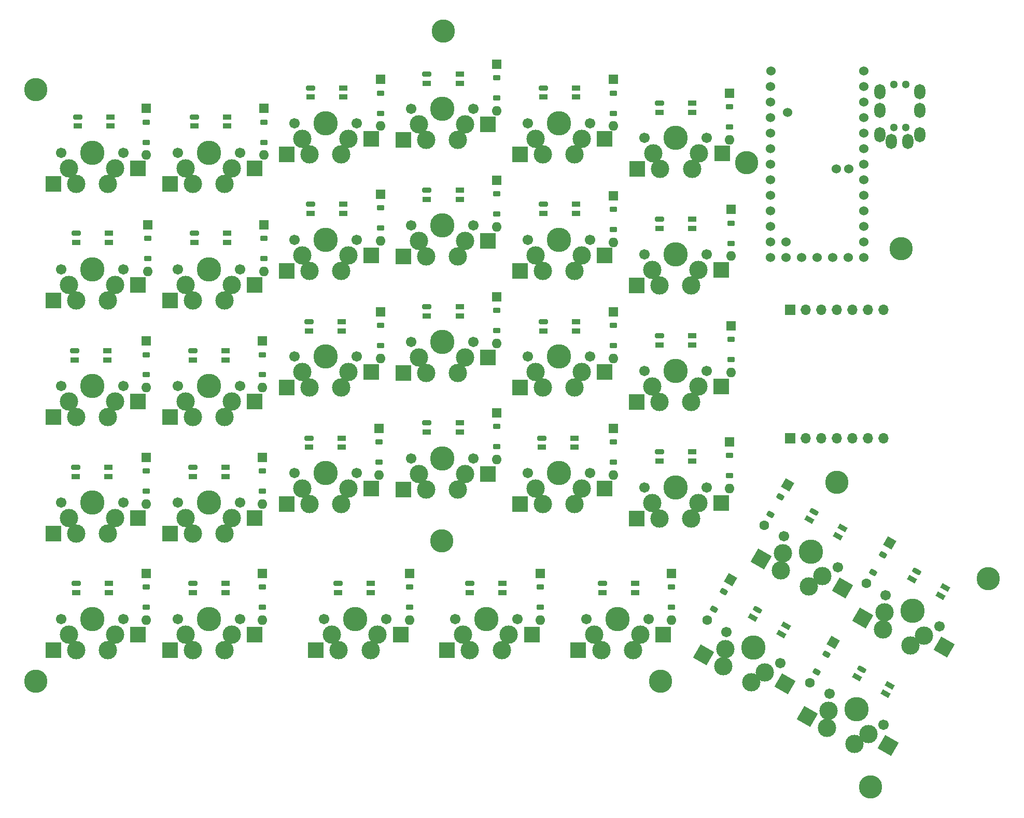
<source format=gbr>
%TF.GenerationSoftware,KiCad,Pcbnew,9.0.0*%
%TF.CreationDate,2025-08-26T18:36:53+02:00*%
%TF.ProjectId,keyboard,6b657962-6f61-4726-942e-6b696361645f,rev?*%
%TF.SameCoordinates,Original*%
%TF.FileFunction,Soldermask,Bot*%
%TF.FilePolarity,Negative*%
%FSLAX46Y46*%
G04 Gerber Fmt 4.6, Leading zero omitted, Abs format (unit mm)*
G04 Created by KiCad (PCBNEW 9.0.0) date 2025-08-26 18:36:53*
%MOMM*%
%LPD*%
G01*
G04 APERTURE LIST*
G04 Aperture macros list*
%AMRoundRect*
0 Rectangle with rounded corners*
0 $1 Rounding radius*
0 $2 $3 $4 $5 $6 $7 $8 $9 X,Y pos of 4 corners*
0 Add a 4 corners polygon primitive as box body*
4,1,4,$2,$3,$4,$5,$6,$7,$8,$9,$2,$3,0*
0 Add four circle primitives for the rounded corners*
1,1,$1+$1,$2,$3*
1,1,$1+$1,$4,$5*
1,1,$1+$1,$6,$7*
1,1,$1+$1,$8,$9*
0 Add four rect primitives between the rounded corners*
20,1,$1+$1,$2,$3,$4,$5,0*
20,1,$1+$1,$4,$5,$6,$7,0*
20,1,$1+$1,$6,$7,$8,$9,0*
20,1,$1+$1,$8,$9,$2,$3,0*%
%AMHorizOval*
0 Thick line with rounded ends*
0 $1 width*
0 $2 $3 position (X,Y) of the first rounded end (center of the circle)*
0 $4 $5 position (X,Y) of the second rounded end (center of the circle)*
0 Add line between two ends*
20,1,$1,$2,$3,$4,$5,0*
0 Add two circle primitives to create the rounded ends*
1,1,$1,$2,$3*
1,1,$1,$4,$5*%
%AMRotRect*
0 Rectangle, with rotation*
0 The origin of the aperture is its center*
0 $1 length*
0 $2 width*
0 $3 Rotation angle, in degrees counterclockwise*
0 Add horizontal line*
21,1,$1,$2,0,0,$3*%
G04 Aperture macros list end*
%ADD10C,3.800000*%
%ADD11C,1.701800*%
%ADD12C,3.000000*%
%ADD13C,3.987800*%
%ADD14R,2.550000X2.500000*%
%ADD15C,1.300000*%
%ADD16O,1.800000X2.500000*%
%ADD17R,1.700000X1.700000*%
%ADD18O,1.700000X1.700000*%
%ADD19C,1.524000*%
%ADD20R,1.600000X1.600000*%
%ADD21RoundRect,0.225000X-0.375000X0.225000X-0.375000X-0.225000X0.375000X-0.225000X0.375000X0.225000X0*%
%ADD22O,1.600000X1.600000*%
%ADD23RotRect,2.550000X2.500000X150.000000*%
%ADD24RotRect,1.600000X1.600000X240.000000*%
%ADD25RoundRect,0.225000X-0.212260X0.382356X-0.437260X-0.007356X0.212260X-0.382356X0.437260X0.007356X0*%
%ADD26HorizOval,1.600000X0.000000X0.000000X0.000000X0.000000X0*%
%ADD27RotRect,1.450000X0.820000X150.000000*%
%ADD28RoundRect,0.205000X0.552833X-0.082465X-0.347833X0.437535X-0.552833X0.082465X0.347833X-0.437535X0*%
%ADD29R,1.450000X0.820000*%
%ADD30RoundRect,0.205000X0.520000X0.205000X-0.520000X0.205000X-0.520000X-0.205000X0.520000X-0.205000X0*%
G04 APERTURE END LIST*
D10*
%TO.C,H6*%
X182500000Y-148750000D03*
%TD*%
%TO.C,H4*%
X182500000Y-245500000D03*
%TD*%
D11*
%TO.C,K_3*%
X292055000Y-156700000D03*
D12*
X290785000Y-159240000D03*
X289625000Y-161780000D03*
D13*
X286975000Y-156700000D03*
D12*
X284435000Y-161780000D03*
X283275000Y-159240000D03*
D11*
X281895000Y-156700000D03*
D14*
X280685000Y-161780000D03*
X294535000Y-159240000D03*
%TD*%
D10*
%TO.C,H8*%
X298500000Y-160750000D03*
%TD*%
%TO.C,H10*%
X313250000Y-213000000D03*
%TD*%
D15*
%TO.C,J1*%
X322600000Y-147962500D03*
X322600000Y-154962500D03*
X324500000Y-147962500D03*
X324500000Y-154962500D03*
D16*
X320300000Y-156162500D03*
X326800000Y-156162500D03*
X320300000Y-152162500D03*
X326800000Y-152162500D03*
X320300000Y-149162500D03*
X326800000Y-149162500D03*
X322200000Y-157262500D03*
X324900000Y-157262500D03*
%TD*%
D17*
%TO.C,J3*%
X305670000Y-205750000D03*
D18*
X308210000Y-205750000D03*
X310750000Y-205750000D03*
X313290000Y-205750000D03*
X315830000Y-205750000D03*
X318370000Y-205750000D03*
X320910000Y-205750000D03*
%TD*%
D10*
%TO.C,H5*%
X338000000Y-228750000D03*
%TD*%
%TO.C,H3*%
X248750000Y-222500000D03*
%TD*%
D19*
%TO.C,U1*%
X302460000Y-148275000D03*
X302460000Y-150815000D03*
X302460000Y-158435000D03*
X302460000Y-160975000D03*
X317700000Y-155895000D03*
X302460000Y-163515000D03*
X302460000Y-166055000D03*
X317700000Y-148275000D03*
X302460000Y-168595000D03*
X302460000Y-171135000D03*
X302460000Y-173675000D03*
X302460000Y-176215000D03*
X302510000Y-145735000D03*
X317700000Y-145735000D03*
X305000000Y-176215000D03*
X307540000Y-176215000D03*
X310080000Y-176215000D03*
X312620000Y-176215000D03*
X315160000Y-176215000D03*
X313220000Y-161775000D03*
X317700000Y-171135000D03*
X317700000Y-176215000D03*
X317700000Y-168595000D03*
X317700000Y-173675000D03*
X315210000Y-161775000D03*
X305000000Y-173675000D03*
X317700000Y-166055000D03*
X317700000Y-163515000D03*
X317700000Y-160975000D03*
X317700000Y-158435000D03*
X305210000Y-152545000D03*
X302460000Y-153355000D03*
X302460000Y-155895000D03*
X317700000Y-150815000D03*
X317700000Y-153355000D03*
%TD*%
D10*
%TO.C,H2*%
X323750000Y-174750000D03*
%TD*%
%TO.C,H1*%
X249000000Y-139250000D03*
%TD*%
%TO.C,H11*%
X284500000Y-245500000D03*
%TD*%
D17*
%TO.C,J2*%
X305670000Y-184750000D03*
D18*
X308210000Y-184750000D03*
X310750000Y-184750000D03*
X313290000Y-184750000D03*
X315830000Y-184750000D03*
X318370000Y-184750000D03*
X320910000Y-184750000D03*
%TD*%
D10*
%TO.C,H7*%
X318750000Y-262750000D03*
%TD*%
D11*
%TO.C,K_0*%
X243795000Y-151937500D03*
D12*
X245065000Y-154477500D03*
X246225000Y-157017500D03*
D13*
X248875000Y-151937500D03*
D12*
X251415000Y-157017500D03*
X252575000Y-154477500D03*
D11*
X253955000Y-151937500D03*
D14*
X242475000Y-157017500D03*
X256325000Y-154477500D03*
%TD*%
D20*
%TO.C,D_0*%
X257750000Y-144630000D03*
D21*
X257750000Y-146850000D03*
X257750000Y-150150000D03*
D22*
X257750000Y-152250000D03*
%TD*%
D11*
%TO.C,K_1*%
X224745000Y-154318750D03*
D12*
X226015000Y-156858750D03*
X227175000Y-159398750D03*
D13*
X229825000Y-154318750D03*
D12*
X232365000Y-159398750D03*
X233525000Y-156858750D03*
D11*
X234905000Y-154318750D03*
D14*
X223425000Y-159398750D03*
X237275000Y-156858750D03*
%TD*%
D20*
%TO.C,D_1*%
X238750000Y-147130000D03*
D21*
X238750000Y-149350000D03*
X238750000Y-152650000D03*
D22*
X238750000Y-154750000D03*
%TD*%
D11*
%TO.C,K_2*%
X262845000Y-154318750D03*
D12*
X264115000Y-156858750D03*
X265275000Y-159398750D03*
D13*
X267925000Y-154318750D03*
D12*
X270465000Y-159398750D03*
X271625000Y-156858750D03*
D11*
X273005000Y-154318750D03*
D14*
X261525000Y-159398750D03*
X275375000Y-156858750D03*
%TD*%
D20*
%TO.C,D_2*%
X276750000Y-147130000D03*
D21*
X276750000Y-149350000D03*
X276750000Y-152650000D03*
D22*
X276750000Y-154750000D03*
%TD*%
D20*
%TO.C,D_3*%
X295750000Y-149380000D03*
D21*
X295750000Y-151600000D03*
X295750000Y-154900000D03*
D22*
X295750000Y-157000000D03*
%TD*%
D11*
%TO.C,K_4*%
X186645000Y-159081250D03*
D12*
X187915000Y-161621250D03*
X189075000Y-164161250D03*
D13*
X191725000Y-159081250D03*
D12*
X194265000Y-164161250D03*
X195425000Y-161621250D03*
D11*
X196805000Y-159081250D03*
D14*
X185325000Y-164161250D03*
X199175000Y-161621250D03*
%TD*%
D20*
%TO.C,D_4*%
X200500000Y-151880000D03*
D21*
X200500000Y-154100000D03*
X200500000Y-157400000D03*
D22*
X200500000Y-159500000D03*
%TD*%
D11*
%TO.C,K_5*%
X205695000Y-159081250D03*
D12*
X206965000Y-161621250D03*
X208125000Y-164161250D03*
D13*
X210775000Y-159081250D03*
D12*
X213315000Y-164161250D03*
X214475000Y-161621250D03*
D11*
X215855000Y-159081250D03*
D14*
X204375000Y-164161250D03*
X218225000Y-161621250D03*
%TD*%
D20*
%TO.C,D_5*%
X219750000Y-151880000D03*
D21*
X219750000Y-154100000D03*
X219750000Y-157400000D03*
D22*
X219750000Y-159500000D03*
%TD*%
D11*
%TO.C,K_6*%
X243795000Y-170987500D03*
D12*
X245065000Y-173527500D03*
X246225000Y-176067500D03*
D13*
X248875000Y-170987500D03*
D12*
X251415000Y-176067500D03*
X252575000Y-173527500D03*
D11*
X253955000Y-170987500D03*
D14*
X242475000Y-176067500D03*
X256325000Y-173527500D03*
%TD*%
D20*
%TO.C,D_6*%
X257750000Y-163630000D03*
D21*
X257750000Y-165850000D03*
X257750000Y-169150000D03*
D22*
X257750000Y-171250000D03*
%TD*%
D11*
%TO.C,K_7*%
X224745000Y-173368750D03*
D12*
X226015000Y-175908750D03*
X227175000Y-178448750D03*
D13*
X229825000Y-173368750D03*
D12*
X232365000Y-178448750D03*
X233525000Y-175908750D03*
D11*
X234905000Y-173368750D03*
D14*
X223425000Y-178448750D03*
X237275000Y-175908750D03*
%TD*%
D20*
%TO.C,D_7*%
X238750000Y-165880000D03*
D21*
X238750000Y-168100000D03*
X238750000Y-171400000D03*
D22*
X238750000Y-173500000D03*
%TD*%
D11*
%TO.C,K_8*%
X262845000Y-173368750D03*
D12*
X264115000Y-175908750D03*
X265275000Y-178448750D03*
D13*
X267925000Y-173368750D03*
D12*
X270465000Y-178448750D03*
X271625000Y-175908750D03*
D11*
X273005000Y-173368750D03*
D14*
X261525000Y-178448750D03*
X275375000Y-175908750D03*
%TD*%
D20*
%TO.C,D_8*%
X276750000Y-166130000D03*
D21*
X276750000Y-168350000D03*
X276750000Y-171650000D03*
D22*
X276750000Y-173750000D03*
%TD*%
D11*
%TO.C,K_9*%
X281895000Y-175750000D03*
D12*
X283165000Y-178290000D03*
X284325000Y-180830000D03*
D13*
X286975000Y-175750000D03*
D12*
X289515000Y-180830000D03*
X290675000Y-178290000D03*
D11*
X292055000Y-175750000D03*
D14*
X280575000Y-180830000D03*
X294425000Y-178290000D03*
%TD*%
D20*
%TO.C,D_9*%
X296000000Y-168380000D03*
D21*
X296000000Y-170600000D03*
X296000000Y-173900000D03*
D22*
X296000000Y-176000000D03*
%TD*%
D11*
%TO.C,K_10*%
X186645000Y-178131250D03*
D12*
X187915000Y-180671250D03*
X189075000Y-183211250D03*
D13*
X191725000Y-178131250D03*
D12*
X194265000Y-183211250D03*
X195425000Y-180671250D03*
D11*
X196805000Y-178131250D03*
D14*
X185325000Y-183211250D03*
X199175000Y-180671250D03*
%TD*%
D20*
%TO.C,D_10*%
X200750000Y-170880000D03*
D21*
X200750000Y-173100000D03*
X200750000Y-176400000D03*
D22*
X200750000Y-178500000D03*
%TD*%
D11*
%TO.C,K_11*%
X205695000Y-178131250D03*
D12*
X206965000Y-180671250D03*
X208125000Y-183211250D03*
D13*
X210775000Y-178131250D03*
D12*
X213315000Y-183211250D03*
X214475000Y-180671250D03*
D11*
X215855000Y-178131250D03*
D14*
X204375000Y-183211250D03*
X218225000Y-180671250D03*
%TD*%
D20*
%TO.C,D_11*%
X219750000Y-170880000D03*
D21*
X219750000Y-173100000D03*
X219750000Y-176400000D03*
D22*
X219750000Y-178500000D03*
%TD*%
D11*
%TO.C,K_12*%
X243795000Y-190037500D03*
D12*
X245065000Y-192577500D03*
X246225000Y-195117500D03*
D13*
X248875000Y-190037500D03*
D12*
X251415000Y-195117500D03*
X252575000Y-192577500D03*
D11*
X253955000Y-190037500D03*
D14*
X242475000Y-195117500D03*
X256325000Y-192577500D03*
%TD*%
D20*
%TO.C,D_12*%
X257750000Y-182630000D03*
D21*
X257750000Y-184850000D03*
X257750000Y-188150000D03*
D22*
X257750000Y-190250000D03*
%TD*%
D11*
%TO.C,K_13*%
X224745000Y-192418750D03*
D12*
X226015000Y-194958750D03*
X227175000Y-197498750D03*
D13*
X229825000Y-192418750D03*
D12*
X232365000Y-197498750D03*
X233525000Y-194958750D03*
D11*
X234905000Y-192418750D03*
D14*
X223425000Y-197498750D03*
X237275000Y-194958750D03*
%TD*%
D20*
%TO.C,D_13*%
X238750000Y-185130000D03*
D21*
X238750000Y-187350000D03*
X238750000Y-190650000D03*
D22*
X238750000Y-192750000D03*
%TD*%
D11*
%TO.C,K_14*%
X262845000Y-192418750D03*
D12*
X264115000Y-194958750D03*
X265275000Y-197498750D03*
D13*
X267925000Y-192418750D03*
D12*
X270465000Y-197498750D03*
X271625000Y-194958750D03*
D11*
X273005000Y-192418750D03*
D14*
X261525000Y-197498750D03*
X275375000Y-194958750D03*
%TD*%
D20*
%TO.C,D_14*%
X276750000Y-185130000D03*
D21*
X276750000Y-187350000D03*
X276750000Y-190650000D03*
D22*
X276750000Y-192750000D03*
%TD*%
D11*
%TO.C,K_15*%
X281895000Y-194800000D03*
D12*
X283165000Y-197340000D03*
X284325000Y-199880000D03*
D13*
X286975000Y-194800000D03*
D12*
X289515000Y-199880000D03*
X290675000Y-197340000D03*
D11*
X292055000Y-194800000D03*
D14*
X280575000Y-199880000D03*
X294425000Y-197340000D03*
%TD*%
D20*
%TO.C,D_15*%
X296000000Y-187380000D03*
D21*
X296000000Y-189600000D03*
X296000000Y-192900000D03*
D22*
X296000000Y-195000000D03*
%TD*%
D11*
%TO.C,K_16*%
X186645000Y-197181250D03*
D12*
X187915000Y-199721250D03*
X189075000Y-202261250D03*
D13*
X191725000Y-197181250D03*
D12*
X194265000Y-202261250D03*
X195425000Y-199721250D03*
D11*
X196805000Y-197181250D03*
D14*
X185325000Y-202261250D03*
X199175000Y-199721250D03*
%TD*%
D20*
%TO.C,D_16*%
X200500000Y-189880000D03*
D21*
X200500000Y-192100000D03*
X200500000Y-195400000D03*
D22*
X200500000Y-197500000D03*
%TD*%
D11*
%TO.C,K_17*%
X205695000Y-197181250D03*
D12*
X206965000Y-199721250D03*
X208125000Y-202261250D03*
D13*
X210775000Y-197181250D03*
D12*
X213315000Y-202261250D03*
X214475000Y-199721250D03*
D11*
X215855000Y-197181250D03*
D14*
X204375000Y-202261250D03*
X218225000Y-199721250D03*
%TD*%
D20*
%TO.C,D_17*%
X219500000Y-189880000D03*
D21*
X219500000Y-192100000D03*
X219500000Y-195400000D03*
D22*
X219500000Y-197500000D03*
%TD*%
D11*
%TO.C,K_18*%
X243795000Y-209087500D03*
D12*
X245065000Y-211627500D03*
X246225000Y-214167500D03*
D13*
X248875000Y-209087500D03*
D12*
X251415000Y-214167500D03*
X252575000Y-211627500D03*
D11*
X253955000Y-209087500D03*
D14*
X242475000Y-214167500D03*
X256325000Y-211627500D03*
%TD*%
D20*
%TO.C,D_18*%
X257750000Y-201630000D03*
D21*
X257750000Y-203850000D03*
X257750000Y-207150000D03*
D22*
X257750000Y-209250000D03*
%TD*%
D11*
%TO.C,K_19*%
X224745000Y-211468750D03*
D12*
X226015000Y-214008750D03*
X227175000Y-216548750D03*
D13*
X229825000Y-211468750D03*
D12*
X232365000Y-216548750D03*
X233525000Y-214008750D03*
D11*
X234905000Y-211468750D03*
D14*
X223425000Y-216548750D03*
X237275000Y-214008750D03*
%TD*%
D20*
%TO.C,D_19*%
X238500000Y-204130000D03*
D21*
X238500000Y-206350000D03*
X238500000Y-209650000D03*
D22*
X238500000Y-211750000D03*
%TD*%
D11*
%TO.C,K_20*%
X262845000Y-211468750D03*
D12*
X264115000Y-214008750D03*
X265275000Y-216548750D03*
D13*
X267925000Y-211468750D03*
D12*
X270465000Y-216548750D03*
X271625000Y-214008750D03*
D11*
X273005000Y-211468750D03*
D14*
X261525000Y-216548750D03*
X275375000Y-214008750D03*
%TD*%
D20*
%TO.C,D_20*%
X276750000Y-204130000D03*
D21*
X276750000Y-206350000D03*
X276750000Y-209650000D03*
D22*
X276750000Y-211750000D03*
%TD*%
D11*
%TO.C,K_21*%
X281895000Y-213850000D03*
D12*
X283165000Y-216390000D03*
X284325000Y-218930000D03*
D13*
X286975000Y-213850000D03*
D12*
X289515000Y-218930000D03*
X290675000Y-216390000D03*
D11*
X292055000Y-213850000D03*
D14*
X280575000Y-218930000D03*
X294425000Y-216390000D03*
%TD*%
D20*
%TO.C,D_21*%
X295750000Y-206380000D03*
D21*
X295750000Y-208600000D03*
X295750000Y-211900000D03*
D22*
X295750000Y-214000000D03*
%TD*%
D11*
%TO.C,K_22*%
X186645000Y-216231250D03*
D12*
X187915000Y-218771250D03*
X189075000Y-221311250D03*
D13*
X191725000Y-216231250D03*
D12*
X194265000Y-221311250D03*
X195425000Y-218771250D03*
D11*
X196805000Y-216231250D03*
D14*
X185325000Y-221311250D03*
X199175000Y-218771250D03*
%TD*%
D20*
%TO.C,D_22*%
X200500000Y-208880000D03*
D21*
X200500000Y-211100000D03*
X200500000Y-214400000D03*
D22*
X200500000Y-216500000D03*
%TD*%
D11*
%TO.C,K_23*%
X205695000Y-216231250D03*
D12*
X206965000Y-218771250D03*
X208125000Y-221311250D03*
D13*
X210775000Y-216231250D03*
D12*
X213315000Y-221311250D03*
X214475000Y-218771250D03*
D11*
X215855000Y-216231250D03*
D14*
X204375000Y-221311250D03*
X218225000Y-218771250D03*
%TD*%
D20*
%TO.C,D_23*%
X219500000Y-208880000D03*
D21*
X219500000Y-211100000D03*
X219500000Y-214400000D03*
D22*
X219500000Y-216500000D03*
%TD*%
D11*
%TO.C,K_24*%
X186645000Y-235281250D03*
D12*
X187915000Y-237821250D03*
X189075000Y-240361250D03*
D13*
X191725000Y-235281250D03*
D12*
X194265000Y-240361250D03*
X195425000Y-237821250D03*
D11*
X196805000Y-235281250D03*
D14*
X185325000Y-240361250D03*
X199175000Y-237821250D03*
%TD*%
D20*
%TO.C,D_24*%
X200500000Y-227880000D03*
D21*
X200500000Y-230100000D03*
X200500000Y-233400000D03*
D22*
X200500000Y-235500000D03*
%TD*%
D11*
%TO.C,K_25*%
X205695000Y-235281250D03*
D12*
X206965000Y-237821250D03*
X208125000Y-240361250D03*
D13*
X210775000Y-235281250D03*
D12*
X213315000Y-240361250D03*
X214475000Y-237821250D03*
D11*
X215855000Y-235281250D03*
D14*
X204375000Y-240361250D03*
X218225000Y-237821250D03*
%TD*%
D20*
%TO.C,D_25*%
X219500000Y-227880000D03*
D21*
X219500000Y-230100000D03*
X219500000Y-233400000D03*
D22*
X219500000Y-235500000D03*
%TD*%
D11*
%TO.C,K_26*%
X229507500Y-235281250D03*
D12*
X230777500Y-237821250D03*
X231937500Y-240361250D03*
D13*
X234587500Y-235281250D03*
D12*
X237127500Y-240361250D03*
X238287500Y-237821250D03*
D11*
X239667500Y-235281250D03*
D14*
X228187500Y-240361250D03*
X242037500Y-237821250D03*
%TD*%
D20*
%TO.C,D_26*%
X243500000Y-227880000D03*
D21*
X243500000Y-230100000D03*
X243500000Y-233400000D03*
D22*
X243500000Y-235500000D03*
%TD*%
D11*
%TO.C,K_27*%
X250920000Y-235281250D03*
D12*
X252190000Y-237821250D03*
X253350000Y-240361250D03*
D13*
X256000000Y-235281250D03*
D12*
X258540000Y-240361250D03*
X259700000Y-237821250D03*
D11*
X261080000Y-235281250D03*
D14*
X249600000Y-240361250D03*
X263450000Y-237821250D03*
%TD*%
D20*
%TO.C,D_27*%
X264862500Y-227880000D03*
D21*
X264862500Y-230100000D03*
X264862500Y-233400000D03*
D22*
X264862500Y-235500000D03*
%TD*%
D11*
%TO.C,K_28*%
X272370000Y-235281250D03*
D12*
X273640000Y-237821250D03*
X274800000Y-240361250D03*
D13*
X277450000Y-235281250D03*
D12*
X279990000Y-240361250D03*
X281150000Y-237821250D03*
D11*
X282530000Y-235281250D03*
D14*
X271050000Y-240361250D03*
X284900000Y-237821250D03*
%TD*%
D20*
%TO.C,D_28*%
X286250000Y-227880000D03*
D21*
X286250000Y-230100000D03*
X286250000Y-233400000D03*
D22*
X286250000Y-235500000D03*
%TD*%
D11*
%TO.C,K_29*%
X304600591Y-221742399D03*
D12*
X304430443Y-224577104D03*
X304165033Y-227356808D03*
D13*
X309000000Y-224282399D03*
D12*
X308659705Y-229951808D03*
X310934294Y-228332104D03*
D11*
X313399409Y-226822399D03*
D23*
X300917437Y-225481808D03*
X314181889Y-230207104D03*
%TD*%
D24*
%TO.C,D_29*%
X305185000Y-213398482D03*
D25*
X304075000Y-215321058D03*
X302425000Y-218178942D03*
D26*
X301375000Y-219997595D03*
%TD*%
D11*
%TO.C,K_30*%
X321201182Y-231420000D03*
D12*
X321031034Y-234254705D03*
X320765624Y-237034409D03*
D13*
X325600591Y-233960000D03*
D12*
X325260296Y-239629409D03*
X327534885Y-238009705D03*
D11*
X330000000Y-236500000D03*
D23*
X317518028Y-235159409D03*
X330782480Y-239884705D03*
%TD*%
D24*
%TO.C,D_30*%
X321935000Y-222898482D03*
D25*
X320825000Y-224821058D03*
X319175000Y-227678942D03*
D26*
X318125000Y-229497595D03*
%TD*%
D11*
%TO.C,K_31*%
X295201182Y-237420000D03*
D12*
X295031034Y-240254705D03*
X294765624Y-243034409D03*
D13*
X299600591Y-239960000D03*
D12*
X299260296Y-245629409D03*
X301534885Y-244009705D03*
D11*
X304000000Y-242500000D03*
D23*
X291518028Y-241159409D03*
X304782480Y-245884705D03*
%TD*%
D24*
%TO.C,D_31*%
X295935000Y-228898482D03*
D25*
X294825000Y-230821058D03*
X293175000Y-233678942D03*
D26*
X292125000Y-235497595D03*
%TD*%
D11*
%TO.C,K_32*%
X312086875Y-247500000D03*
D12*
X311916727Y-250334705D03*
X311651317Y-253114409D03*
D13*
X316486284Y-250040000D03*
D12*
X316145989Y-255709409D03*
X318420578Y-254089705D03*
D11*
X320885693Y-252580000D03*
D23*
X308403721Y-251239409D03*
X321668173Y-255964705D03*
%TD*%
D24*
%TO.C,D_32*%
X312685000Y-239148482D03*
D25*
X311575000Y-241071058D03*
X309925000Y-243928942D03*
D26*
X308875000Y-245747595D03*
%TD*%
D27*
%TO.C,D25*%
X308808382Y-219062019D03*
X313441618Y-221737019D03*
X314191618Y-220437981D03*
D28*
X309558382Y-217762981D03*
%TD*%
D29*
%TO.C,D2*%
X265325000Y-150000000D03*
X270675000Y-150000000D03*
X270675000Y-148500000D03*
D30*
X265325000Y-148500000D03*
%TD*%
D27*
%TO.C,D27*%
X316558382Y-244812019D03*
X321191618Y-247487019D03*
X321941618Y-246187981D03*
D28*
X317308382Y-243512981D03*
%TD*%
D29*
%TO.C,D33*%
X189075000Y-231000000D03*
X194425000Y-231000000D03*
X194425000Y-229500000D03*
D30*
X189075000Y-229500000D03*
%TD*%
D27*
%TO.C,D28*%
X299558382Y-235062019D03*
X304191618Y-237737019D03*
X304941618Y-236437981D03*
D28*
X300308382Y-233762981D03*
%TD*%
D29*
%TO.C,D32*%
X208075000Y-231000000D03*
X213425000Y-231000000D03*
X213425000Y-229500000D03*
D30*
X208075000Y-229500000D03*
%TD*%
D29*
%TO.C,D31*%
X231825000Y-231000000D03*
X237175000Y-231000000D03*
X237175000Y-229500000D03*
D30*
X231825000Y-229500000D03*
%TD*%
D29*
%TO.C,D3*%
X246325000Y-147750000D03*
X251675000Y-147750000D03*
X251675000Y-146250000D03*
D30*
X246325000Y-146250000D03*
%TD*%
D29*
%TO.C,D12*%
X284325000Y-171500000D03*
X289675000Y-171500000D03*
X289675000Y-170000000D03*
D30*
X284325000Y-170000000D03*
%TD*%
D29*
%TO.C,D15*%
X246325000Y-185750000D03*
X251675000Y-185750000D03*
X251675000Y-184250000D03*
D30*
X246325000Y-184250000D03*
%TD*%
D29*
%TO.C,D1*%
X284325000Y-152500000D03*
X289675000Y-152500000D03*
X289675000Y-151000000D03*
D30*
X284325000Y-151000000D03*
%TD*%
D29*
%TO.C,D16*%
X227075000Y-188250000D03*
X232425000Y-188250000D03*
X232425000Y-186750000D03*
D30*
X227075000Y-186750000D03*
%TD*%
D29*
%TO.C,D18*%
X188825000Y-193000000D03*
X194175000Y-193000000D03*
X194175000Y-191500000D03*
D30*
X188825000Y-191500000D03*
%TD*%
D29*
%TO.C,D29*%
X275000000Y-231000000D03*
X280350000Y-231000000D03*
X280350000Y-229500000D03*
D30*
X275000000Y-229500000D03*
%TD*%
D29*
%TO.C,D13*%
X284325000Y-190500000D03*
X289675000Y-190500000D03*
X289675000Y-189000000D03*
D30*
X284325000Y-189000000D03*
%TD*%
D29*
%TO.C,D6*%
X189325000Y-154750000D03*
X194675000Y-154750000D03*
X194675000Y-153250000D03*
D30*
X189325000Y-153250000D03*
%TD*%
D29*
%TO.C,D21*%
X227075000Y-207250000D03*
X232425000Y-207250000D03*
X232425000Y-205750000D03*
D30*
X227075000Y-205750000D03*
%TD*%
D29*
%TO.C,D4*%
X227325000Y-150000000D03*
X232675000Y-150000000D03*
X232675000Y-148500000D03*
D30*
X227325000Y-148500000D03*
%TD*%
D27*
%TO.C,D26*%
X325558382Y-228812019D03*
X330191618Y-231487019D03*
X330941618Y-230187981D03*
D28*
X326308382Y-227512981D03*
%TD*%
D29*
%TO.C,D20*%
X208075000Y-212000000D03*
X213425000Y-212000000D03*
X213425000Y-210500000D03*
D30*
X208075000Y-210500000D03*
%TD*%
D29*
%TO.C,D17*%
X208075000Y-193000000D03*
X213425000Y-193000000D03*
X213425000Y-191500000D03*
D30*
X208075000Y-191500000D03*
%TD*%
D29*
%TO.C,D5*%
X208325000Y-154750000D03*
X213675000Y-154750000D03*
X213675000Y-153250000D03*
D30*
X208325000Y-153250000D03*
%TD*%
D29*
%TO.C,D11*%
X265325000Y-169000000D03*
X270675000Y-169000000D03*
X270675000Y-167500000D03*
D30*
X265325000Y-167500000D03*
%TD*%
D29*
%TO.C,D30*%
X253325000Y-231000000D03*
X258675000Y-231000000D03*
X258675000Y-229500000D03*
D30*
X253325000Y-229500000D03*
%TD*%
D29*
%TO.C,D8*%
X208325000Y-173750000D03*
X213675000Y-173750000D03*
X213675000Y-172250000D03*
D30*
X208325000Y-172250000D03*
%TD*%
D29*
%TO.C,D7*%
X189075000Y-173750000D03*
X194425000Y-173750000D03*
X194425000Y-172250000D03*
D30*
X189075000Y-172250000D03*
%TD*%
D29*
%TO.C,D10*%
X246325000Y-166750000D03*
X251675000Y-166750000D03*
X251675000Y-165250000D03*
D30*
X246325000Y-165250000D03*
%TD*%
D29*
%TO.C,D22*%
X246325000Y-204750000D03*
X251675000Y-204750000D03*
X251675000Y-203250000D03*
D30*
X246325000Y-203250000D03*
%TD*%
D29*
%TO.C,D14*%
X265325000Y-188250000D03*
X270675000Y-188250000D03*
X270675000Y-186750000D03*
D30*
X265325000Y-186750000D03*
%TD*%
D29*
%TO.C,D9*%
X227325000Y-169000000D03*
X232675000Y-169000000D03*
X232675000Y-167500000D03*
D30*
X227325000Y-167500000D03*
%TD*%
D29*
%TO.C,D24*%
X284325000Y-209500000D03*
X289675000Y-209500000D03*
X289675000Y-208000000D03*
D30*
X284325000Y-208000000D03*
%TD*%
D29*
%TO.C,D19*%
X189000000Y-212000000D03*
X194350000Y-212000000D03*
X194350000Y-210500000D03*
D30*
X189000000Y-210500000D03*
%TD*%
D29*
%TO.C,D23*%
X265075000Y-207250000D03*
X270425000Y-207250000D03*
X270425000Y-205750000D03*
D30*
X265075000Y-205750000D03*
%TD*%
M02*

</source>
